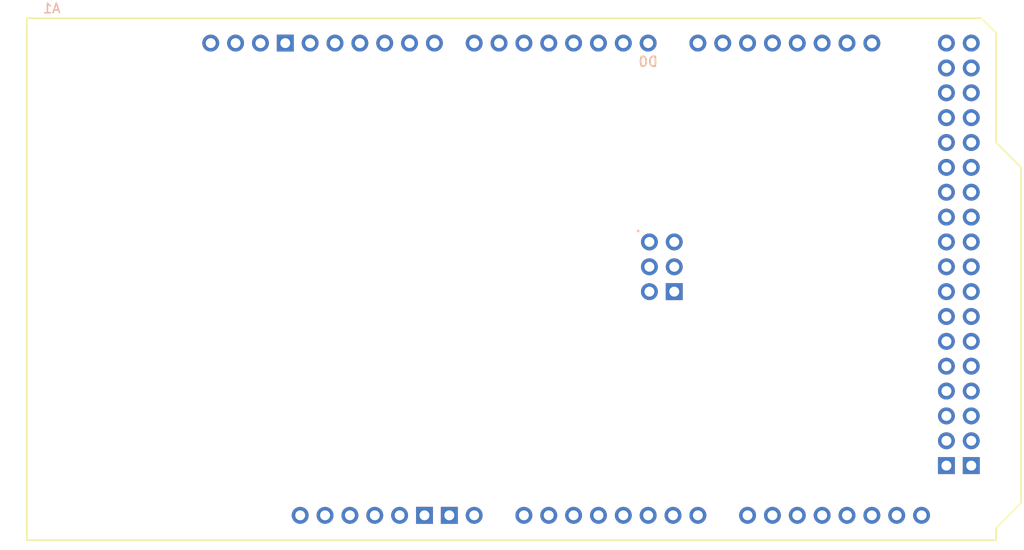
<source format=kicad_pcb>
(kicad_pcb (version 20240108) (generator "pcbnew") (generator_version "8.0")
  (layers (0 "F.Cu" signal) (31 "B.Cu" signal) (34 "B.Paste" user) (35 "F.Paste" user) (36 "B.SilkS" user "B.Silkscreen") (37 "F.SilkS" user "F.Silkscreen") (38 "B.Mask" user) (39 "F.Mask" user) (44 "Edge.Cuts" user))
  (net 0 "")
  (footprint "arduino-library:Arduino_Giga_R1_WiFi_Shield" (layer "F.Cu") (at 71.48 136.04)
    (property "Reference" "A1" (at 2.54 -54.356 0) (layer "B.SilkS") (effects (justify mirror)))
    (property "Value" "Arduino_Mega_Shield")
    (fp_line (start 0 -53.34) (end 0 0) (stroke (width 0.15)) (layer "F.SilkS"))
    (fp_line (start 0 -53.34) (end 97.536 -53.34) (stroke (width 0.15)) (layer "F.SilkS"))
    (fp_line (start 0 0) (end 99.06 0) (stroke (width 0.15)) (layer "F.SilkS"))
    (fp_line (start 97.536 -53.34) (end 99.06 -51.816) (stroke (width 0.15)) (layer "F.SilkS"))
    (fp_line (start 99.06 -40.64) (end 99.06 -51.816) (stroke (width 0.15)) (layer "F.SilkS"))
    (fp_line (start 99.06 -1.27) (end 101.6 -3.81) (stroke (width 0.15)) (layer "F.SilkS"))
    (fp_line (start 99.06 0) (end 99.06 -1.27) (stroke (width 0.15)) (layer "F.SilkS"))
    (fp_line (start 101.6 -38.1) (end 99.06 -40.64) (stroke (width 0.15)) (layer "F.SilkS"))
    (fp_line (start 101.6 -3.81) (end 101.6 -38.1) (stroke (width 0.15)) (layer "F.SilkS"))
    (fp_text user "D0" (at 63.5 -48.895 0) (layer "B.SilkS") (effects (justify mirror)))
    (fp_text user "." (at 62.484 -32.004 0) (layer "B.SilkS"))
    (fp_text user "." (at 62.484 -32.004 0) (layer "F.SilkS"))
    (fp_text user "D0" (at 63.5 -48.895 0) (layer "F.SilkS"))
    (pad "" np_thru_hole circle (at 13.97 -2.54) (size 3.2 3.2) (drill 3.2) (layers "*.Cu" "*.Mask"))
    (pad "" np_thru_hole circle (at 15.24 -50.8 270) (size 3.2 3.2) (drill 3.2) (layers "*.Cu" "*.Mask"))
    (pad "" thru_hole oval (at 27.94 -2.54) (size 1.7272 1.7272) (drill 1.016) (layers "*.Cu" "*.Mask"))
    (pad "" np_thru_hole circle (at 66.04 -35.56) (size 3.2 3.2) (drill 3.2) (layers "*.Cu" "*.Mask"))
    (pad "" np_thru_hole circle (at 66.04 -7.62) (size 3.2 3.2) (drill 3.2) (layers "*.Cu" "*.Mask"))
    (pad "" np_thru_hole circle (at 90.17 -50.8) (size 3.2 3.2) (drill 3.2) (layers "*.Cu" "*.Mask"))
    (pad "" np_thru_hole circle (at 96.52 -2.54) (size 3.2 3.2) (drill 3.2) (layers "*.Cu" "*.Mask"))
    (pad "3V3" thru_hole oval (at 35.56 -2.54) (size 1.7272 1.7272) (drill 1.016) (layers "*.Cu" "*.Mask"))
    (pad "5V1" thru_hole oval (at 38.1 -2.54) (size 1.7272 1.7272) (drill 1.016) (layers "*.Cu" "*.Mask"))
    (pad "5V2" thru_hole oval (at 66.167 -30.48) (size 1.7272 1.7272) (drill 1.016) (layers "*.Cu" "*.Mask"))
    (pad "5V3" thru_hole oval (at 93.98 -50.8) (size 1.7272 1.7272) (drill 1.016) (layers "*.Cu" "*.Mask"))
    (pad "5V4" thru_hole oval (at 96.52 -50.8) (size 1.7272 1.7272) (drill 1.016) (layers "*.Cu" "*.Mask"))
    (pad "A0" thru_hole oval (at 50.8 -2.54) (size 1.7272 1.7272) (drill 1.016) (layers "*.Cu" "*.Mask"))
    (pad "A1" thru_hole oval (at 53.34 -2.54) (size 1.7272 1.7272) (drill 1.016) (layers "*.Cu" "*.Mask"))
    (pad "A2" thru_hole oval (at 55.88 -2.54) (size 1.7272 1.7272) (drill 1.016) (layers "*.Cu" "*.Mask"))
    (pad "A3" thru_hole oval (at 58.42 -2.54) (size 1.7272 1.7272) (drill 1.016) (layers "*.Cu" "*.Mask"))
    (pad "A4" thru_hole oval (at 60.96 -2.54) (size 1.7272 1.7272) (drill 1.016) (layers "*.Cu" "*.Mask"))
    (pad "A5" thru_hole oval (at 63.5 -2.54) (size 1.7272 1.7272) (drill 1.016) (layers "*.Cu" "*.Mask"))
    (pad "A6" thru_hole oval (at 66.04 -2.54) (size 1.7272 1.7272) (drill 1.016) (layers "*.Cu" "*.Mask"))
    (pad "A7" thru_hole oval (at 68.58 -2.54) (size 1.7272 1.7272) (drill 1.016) (layers "*.Cu" "*.Mask"))
    (pad "A8" thru_hole oval (at 73.66 -2.54) (size 1.7272 1.7272) (drill 1.016) (layers "*.Cu" "*.Mask"))
    (pad "A9" thru_hole oval (at 76.2 -2.54) (size 1.7272 1.7272) (drill 1.016) (layers "*.Cu" "*.Mask"))
    (pad "A10" thru_hole oval (at 78.74 -2.54) (size 1.7272 1.7272) (drill 1.016) (layers "*.Cu" "*.Mask"))
    (pad "A11" thru_hole oval (at 81.28 -2.54) (size 1.7272 1.7272) (drill 1.016) (layers "*.Cu" "*.Mask"))
    (pad "AREF" thru_hole oval (at 23.876 -50.8) (size 1.7272 1.7272) (drill 1.016) (layers "*.Cu" "*.Mask"))
    (pad "CANR" thru_hole oval (at 88.9 -2.54) (size 1.7272 1.7272) (drill 1.016) (layers "*.Cu" "*.Mask"))
    (pad "CANT" thru_hole oval (at 91.44 -2.54) (size 1.7272 1.7272) (drill 1.016) (layers "*.Cu" "*.Mask"))
    (pad "D0" thru_hole oval (at 63.5 -50.8) (size 1.7272 1.7272) (drill 1.016) (layers "*.Cu" "*.Mask"))
    (pad "D1" thru_hole oval (at 60.96 -50.8) (size 1.7272 1.7272) (drill 1.016) (layers "*.Cu" "*.Mask"))
    (pad "D2" thru_hole oval (at 58.42 -50.8) (size 1.7272 1.7272) (drill 1.016) (layers "*.Cu" "*.Mask"))
    (pad "D3" thru_hole oval (at 55.88 -50.8) (size 1.7272 1.7272) (drill 1.016) (layers "*.Cu" "*.Mask"))
    (pad "D4" thru_hole oval (at 53.34 -50.8) (size 1.7272 1.7272) (drill 1.016) (layers "*.Cu" "*.Mask"))
    (pad "D5" thru_hole oval (at 50.8 -50.8) (size 1.7272 1.7272) (drill 1.016) (layers "*.Cu" "*.Mask"))
    (pad "D6" thru_hole oval (at 48.26 -50.8) (size 1.7272 1.7272) (drill 1.016) (layers "*.Cu" "*.Mask"))
    (pad "D7" thru_hole oval (at 45.72 -50.8) (size 1.7272 1.7272) (drill 1.016) (layers "*.Cu" "*.Mask"))
    (pad "D8" thru_hole oval (at 41.656 -50.8) (size 1.7272 1.7272) (drill 1.016) (layers "*.Cu" "*.Mask"))
    (pad "D9" thru_hole oval (at 39.116 -50.8) (size 1.7272 1.7272) (drill 1.016) (layers "*.Cu" "*.Mask"))
    (pad "D10" thru_hole oval (at 36.576 -50.8) (size 1.7272 1.7272) (drill 1.016) (layers "*.Cu" "*.Mask"))
    (pad "D11" thru_hole oval (at 34.036 -50.8) (size 1.7272 1.7272) (drill 1.016) (layers "*.Cu" "*.Mask"))
    (pad "D12" thru_hole oval (at 31.496 -50.8) (size 1.7272 1.7272) (drill 1.016) (layers "*.Cu" "*.Mask"))
    (pad "D13" thru_hole oval (at 28.956 -50.8) (size 1.7272 1.7272) (drill 1.016) (layers "*.Cu" "*.Mask"))
    (pad "D14" thru_hole oval (at 68.58 -50.8) (size 1.7272 1.7272) (drill 1.016) (layers "*.Cu" "*.Mask"))
    (pad "D15" thru_hole oval (at 71.12 -50.8) (size 1.7272 1.7272) (drill 1.016) (layers "*.Cu" "*.Mask"))
    (pad "D16" thru_hole oval (at 73.66 -50.8) (size 1.7272 1.7272) (drill 1.016) (layers "*.Cu" "*.Mask"))
    (pad "D17" thru_hole oval (at 76.2 -50.8) (size 1.7272 1.7272) (drill 1.016) (layers "*.Cu" "*.Mask"))
    (pad "D18" thru_hole oval (at 78.74 -50.8) (size 1.7272 1.7272) (drill 1.016) (layers "*.Cu" "*.Mask"))
    (pad "D19" thru_hole oval (at 81.28 -50.8) (size 1.7272 1.7272) (drill 1.016) (layers "*.Cu" "*.Mask"))
    (pad "D20" thru_hole oval (at 83.82 -50.8) (size 1.7272 1.7272) (drill 1.016) (layers "*.Cu" "*.Mask"))
    (pad "D21" thru_hole oval (at 86.36 -50.8) (size 1.7272 1.7272) (drill 1.016) (layers "*.Cu" "*.Mask"))
    (pad "D22" thru_hole oval (at 93.98 -48.26) (size 1.7272 1.7272) (drill 1.016) (layers "*.Cu" "*.Mask"))
    (pad "D23" thru_hole oval (at 96.52 -48.26) (size 1.7272 1.7272) (drill 1.016) (layers "*.Cu" "*.Mask"))
    (pad "D24" thru_hole oval (at 93.98 -45.72) (size 1.7272 1.7272) (drill 1.016) (layers "*.Cu" "*.Mask"))
    (pad "D25" thru_hole oval (at 96.52 -45.72) (size 1.7272 1.7272) (drill 1.016) (layers "*.Cu" "*.Mask"))
    (pad "D26" thru_hole oval (at 93.98 -43.18) (size 1.7272 1.7272) (drill 1.016) (layers "*.Cu" "*.Mask"))
    (pad "D27" thru_hole oval (at 96.52 -43.18) (size 1.7272 1.7272) (drill 1.016) (layers "*.Cu" "*.Mask"))
    (pad "D28" thru_hole oval (at 93.98 -40.64) (size 1.7272 1.7272) (drill 1.016) (layers "*.Cu" "*.Mask"))
    (pad "D29" thru_hole oval (at 96.52 -40.64) (size 1.7272 1.7272) (drill 1.016) (layers "*.Cu" "*.Mask"))
    (pad "D30" thru_hole oval (at 93.98 -38.1) (size 1.7272 1.7272) (drill 1.016) (layers "*.Cu" "*.Mask"))
    (pad "D31" thru_hole oval (at 96.52 -38.1) (size 1.7272 1.7272) (drill 1.016) (layers "*.Cu" "*.Mask"))
    (pad "D32" thru_hole oval (at 93.98 -35.56) (size 1.7272 1.7272) (drill 1.016) (layers "*.Cu" "*.Mask"))
    (pad "D33" thru_hole oval (at 96.52 -35.56) (size 1.7272 1.7272) (drill 1.016) (layers "*.Cu" "*.Mask"))
    (pad "D34" thru_hole oval (at 93.98 -33.02) (size 1.7272 1.7272) (drill 1.016) (layers "*.Cu" "*.Mask"))
    (pad "D35" thru_hole oval (at 96.52 -33.02) (size 1.7272 1.7272) (drill 1.016) (layers "*.Cu" "*.Mask"))
    (pad "D36" thru_hole oval (at 93.98 -30.48) (size 1.7272 1.7272) (drill 1.016) (layers "*.Cu" "*.Mask"))
    (pad "D37" thru_hole oval (at 96.52 -30.48) (size 1.7272 1.7272) (drill 1.016) (layers "*.Cu" "*.Mask"))
    (pad "D38" thru_hole oval (at 93.98 -27.94) (size 1.7272 1.7272) (drill 1.016) (layers "*.Cu" "*.Mask"))
    (pad "D39" thru_hole oval (at 96.52 -27.94) (size 1.7272 1.7272) (drill 1.016) (layers "*.Cu" "*.Mask"))
    (pad "D40" thru_hole oval (at 93.98 -25.4) (size 1.7272 1.7272) (drill 1.016) (layers "*.Cu" "*.Mask"))
    (pad "D41" thru_hole oval (at 96.52 -25.4) (size 1.7272 1.7272) (drill 1.016) (layers "*.Cu" "*.Mask"))
    (pad "D42" thru_hole oval (at 93.98 -22.86) (size 1.7272 1.7272) (drill 1.016) (layers "*.Cu" "*.Mask"))
    (pad "D43" thru_hole oval (at 96.52 -22.86) (size 1.7272 1.7272) (drill 1.016) (layers "*.Cu" "*.Mask"))
    (pad "D44" thru_hole oval (at 93.98 -20.32) (size 1.7272 1.7272) (drill 1.016) (layers "*.Cu" "*.Mask"))
    (pad "D45" thru_hole oval (at 96.52 -20.32) (size 1.7272 1.7272) (drill 1.016) (layers "*.Cu" "*.Mask"))
    (pad "D46" thru_hole oval (at 93.98 -17.78) (size 1.7272 1.7272) (drill 1.016) (layers "*.Cu" "*.Mask"))
    (pad "D47" thru_hole oval (at 96.52 -17.78) (size 1.7272 1.7272) (drill 1.016) (layers "*.Cu" "*.Mask"))
    (pad "D48" thru_hole oval (at 93.98 -15.24) (size 1.7272 1.7272) (drill 1.016) (layers "*.Cu" "*.Mask"))
    (pad "D49" thru_hole oval (at 96.52 -15.24) (size 1.7272 1.7272) (drill 1.016) (layers "*.Cu" "*.Mask"))
    (pad "D50" thru_hole oval (at 93.98 -12.7) (size 1.7272 1.7272) (drill 1.016) (layers "*.Cu" "*.Mask"))
    (pad "D51" thru_hole oval (at 96.52 -12.7) (size 1.7272 1.7272) (drill 1.016) (layers "*.Cu" "*.Mask"))
    (pad "D52" thru_hole oval (at 93.98 -10.16) (size 1.7272 1.7272) (drill 1.016) (layers "*.Cu" "*.Mask"))
    (pad "D53" thru_hole oval (at 96.52 -10.16) (size 1.7272 1.7272) (drill 1.016) (layers "*.Cu" "*.Mask"))
    (pad "DAC0" thru_hole oval (at 83.82 -2.54) (size 1.7272 1.7272) (drill 1.016) (layers "*.Cu" "*.Mask"))
    (pad "DAC1" thru_hole oval (at 86.36 -2.54) (size 1.7272 1.7272) (drill 1.016) (layers "*.Cu" "*.Mask"))
    (pad "GND1" thru_hole rect (at 26.416 -50.8) (size 1.7272 1.7272) (drill 1.016) (layers "*.Cu" "*.Mask"))
    (pad "GND2" thru_hole rect (at 40.64 -2.54) (size 1.7272 1.7272) (drill 1.016) (layers "*.Cu" "*.Mask"))
    (pad "GND3" thru_hole rect (at 43.18 -2.54) (size 1.7272 1.7272) (drill 1.016) (layers "*.Cu" "*.Mask"))
    (pad "GND4" thru_hole rect (at 66.167 -25.4) (size 1.7272 1.7272) (drill 1.016) (layers "*.Cu" "*.Mask"))
    (pad "GND5" thru_hole rect (at 93.98 -7.62) (size 1.7272 1.7272) (drill 1.016) (layers "*.Cu" "*.Mask"))
    (pad "GND6" thru_hole rect (at 96.52 -7.62) (size 1.7272 1.7272) (drill 1.016) (layers "*.Cu" "*.Mask"))
    (pad "IORF" thru_hole oval (at 30.48 -2.54) (size 1.7272 1.7272) (drill 1.016) (layers "*.Cu" "*.Mask"))
    (pad "MISO" thru_hole oval (at 63.627 -30.48) (size 1.7272 1.7272) (drill 1.016) (layers "*.Cu" "*.Mask"))
    (pad "MOSI" thru_hole oval (at 66.167 -27.94) (size 1.7272 1.7272) (drill 1.016) (layers "*.Cu" "*.Mask"))
    (pad "RST1" thru_hole oval (at 33.02 -2.54) (size 1.7272 1.7272) (drill 1.016) (layers "*.Cu" "*.Mask"))
    (pad "RST2" thru_hole oval (at 63.627 -25.4) (size 1.7272 1.7272) (drill 1.016) (layers "*.Cu" "*.Mask"))
    (pad "SCK" thru_hole oval (at 63.627 -27.94) (size 1.7272 1.7272) (drill 1.016) (layers "*.Cu" "*.Mask"))
    (pad "SCL1" thru_hole oval (at 18.796 -50.8) (size 1.7272 1.7272) (drill 1.016) (layers "*.Cu" "*.Mask"))
    (pad "SDA1" thru_hole oval (at 21.336 -50.8) (size 1.7272 1.7272) (drill 1.016) (layers "*.Cu" "*.Mask"))
    (pad "VIN" thru_hole oval (at 45.72 -2.54) (size 1.7272 1.7272) (drill 1.016) (layers "*.Cu" "*.Mask"))
  )
)
</source>
